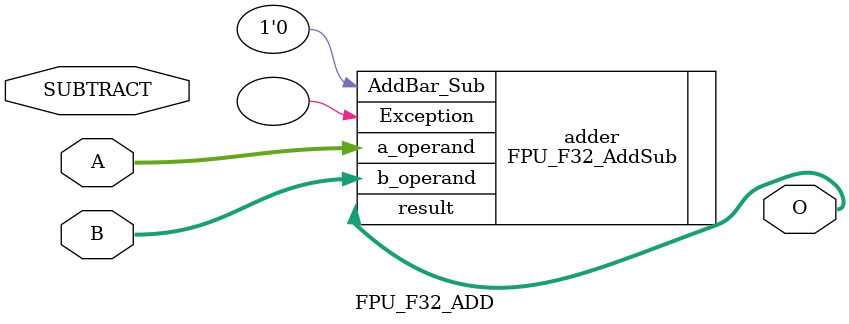
<source format=sv>
`include "FPU.vh"
`include "F32/FPU_F32_PriorityEncoder.v"
`include "F32/FPU_F32_AddSub.v"

/* HIDDEN */
module FPU_F32_ADD (
	input						SUBTRACT,
	input	[31:0]				A,
	input	[31:0]				B,
	output	[31:0]				O
);

// definition & assignment ---------------------------------------------------
`ifdef SW_FPU_MODE
// software implimentation
`DPI_FUNCTION void FPU_32f_Add(input bit [31:0] A, input bit [31:0] B, output bit [31:0] O);
always@(A, B, SUBTRACT) FPU_32f_Add(A, {SUBTRACT^B[31], B[30:0]}, O);
`else
/*
// hardware implimentation
wire	[22:0]		a_m, b_m, o_m;
wire	[7:0]		a_e, b_e, o_e;
wire				a_s, b_s, o_s;

// Unpack input
assign				{a_s, a_e, a_m}	= A;
assign				{b_s, b_e, b_m}	= {SUBTRACT^B[31], B[30:0]};

// implementation ------------------------------------------------------------
// special case (NaN, INF)
wire				a_nz	= |a_m;			// A's mantissa is not zero
wire				b_nz	= |b_m;			// B's mantissa is not zero
wire				a_ef	= &a_e;			// A's exponent is full
wire				b_ef	= &a_e;			// B's exponent is full

wire	NaN			= (a_ef & ~a_nz) | (b_ef & ~b_nz);		// If A is NaN or B is NaN, result is NaN
wire	INF			= (a_ef & a_nz) | (b_ef & b_nz);		// Infinity number

// result output
assign	O			= NaN ? 32'b0_11111111_00000000000000000000000 : {o_s, o_e, o_m};
*/
FPU_F32_AddSub adder(
	.a_operand		(A),
	.b_operand		(B),
	.AddBar_Sub		(1'b0),
	.Exception		(),
	.result			(O)
);

`endif

endmodule

</source>
